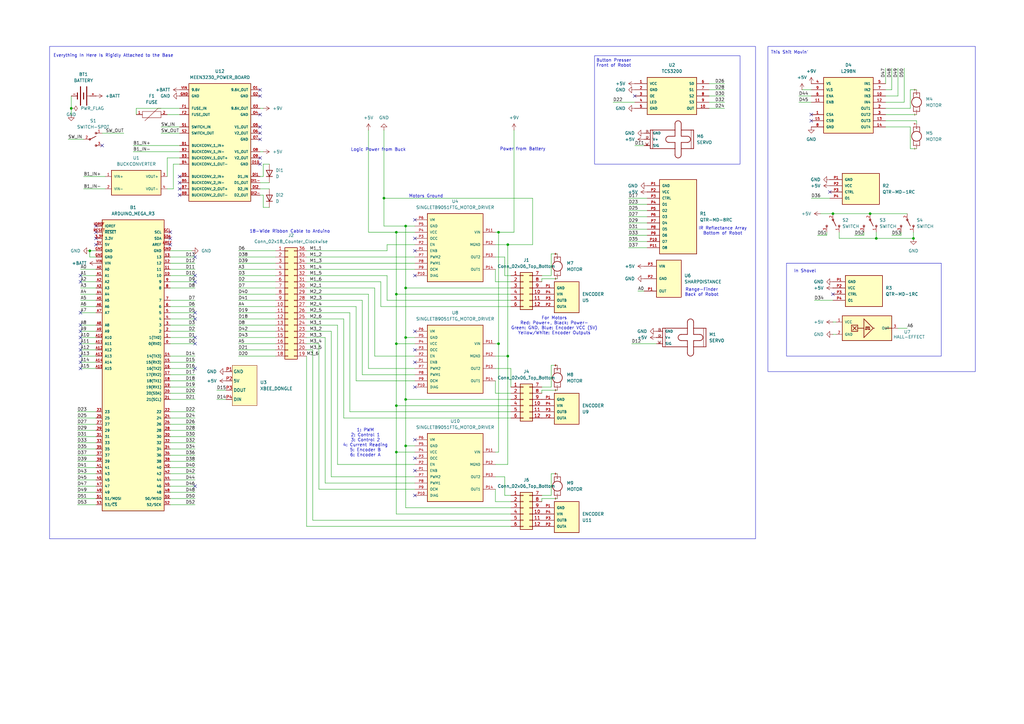
<source format=kicad_sch>
(kicad_sch (version 20250114) (generator "eeschema") (generator_version "9.0")
  (paper "A3")
  (rectangle (start 322.58 107.95) (end 386.08 146.05))
  (rectangle (start 314.96 19.05) (end 400.05 152.4))
  (rectangle (start 243.84 22.86) (end 303.53 67.31))
  (rectangle (start 20.32 19.05) (end 309.88 220.98))
  (text "For Motors\nRed: Power+, Black: Power-\nGreen: GND, Blue: Encoder VCC (5V)\nYellow/White: Encoder Outputs" (at 227.33 133.604 0) (effects (font (size 1.27 1.27))))
  (text "Button Presser\nFront of Robot" (at 251.714 25.908 0) (effects (font (size 1.27 1.27))))
  (text "Everything In Here Is Rigidly Attached to the Base" (at 46.482 22.86 0) (effects (font (size 1.27 1.27))))
  (text "18-Wide Ribbon Cable to Arduino" (at 118.872 94.996 0) (effects (font (size 1.27 1.27))))
  (text "1: PWM\n2: Control 1\n3: Control 2\n4: Current Reading\n5: Encoder B\n6: Encoder A" (at 149.86 181.61 0) (effects (font (size 1.27 1.27))))
  (text "Motors Ground" (at 174.752 80.518 0) (effects (font (size 1.27 1.27))))
  (text "In Shovel" (at 330.2 111.252 0) (effects (font (size 1.27 1.27))))
  (text "Logic Power from Buck" (at 155.194 61.468 0) (effects (font (size 1.27 1.27))))
  (text "This Shit Movin'" (at 323.85 21.59 0) (effects (font (size 1.27 1.27))))
  (text "IR Reflectance Array\nBottom of Robot" (at 296.418 94.742 0) (effects (font (size 1.27 1.27))))
  (text "Range-Finder\nBack of Robot" (at 287.782 119.888 0) (effects (font (size 1.27 1.27))))
  (text "Power from Battery" (at 214.376 61.214 0) (effects (font (size 1.27 1.27))))
  (junction (at 356.87 87.63))
  (junction (at 162.56 166.37))
  (junction (at 204.47 140.97))
  (junction (at 166.37 182.88))
  (junction (at 29.21 44.45))
  (junction (at 359.41 97.79))
  (junction (at 162.56 185.42))
  (junction (at 341.63 87.63))
  (junction (at 204.47 95.25))
  (junction (at 162.56 120.65))
  (junction (at 166.37 118.11))
  (junction (at 162.56 95.25))
  (junction (at 162.56 140.97))
  (junction (at 166.37 138.43))
  (junction (at 36.83 102.87))
  (junction (at 157.48 81.28))
  (junction (at 374.65 97.79))
  (junction (at 208.28 146.05))
  (junction (at 208.28 100.33))
  (junction (at 166.37 163.83))
  (junction (at 166.37 92.71))
  (no_connect (at 80.01 140.97))
  (no_connect (at 80.01 128.27))
  (no_connect (at 170.18 97.79))
  (no_connect (at 39.37 95.25))
  (no_connect (at 80.01 105.41))
  (no_connect (at 340.36 78.74))
  (no_connect (at 33.02 133.35))
  (no_connect (at 260.35 39.37))
  (no_connect (at 80.01 113.03))
  (no_connect (at 80.01 115.57))
  (no_connect (at 80.01 138.43))
  (no_connect (at 170.18 180.34))
  (no_connect (at 33.02 151.13))
  (no_connect (at 39.37 100.33))
  (no_connect (at 341.63 120.65))
  (no_connect (at 33.02 128.27))
  (no_connect (at 170.18 193.04))
  (no_connect (at 170.18 135.89))
  (no_connect (at 73.66 77.47))
  (no_connect (at 69.85 100.33))
  (no_connect (at 170.18 90.17))
  (no_connect (at 106.68 67.31))
  (no_connect (at 33.02 138.43))
  (no_connect (at 106.68 52.07))
  (no_connect (at 106.68 36.83))
  (no_connect (at 33.02 146.05))
  (no_connect (at 170.18 203.2))
  (no_connect (at 80.01 199.39))
  (no_connect (at 80.01 151.13))
  (no_connect (at 33.02 148.59))
  (no_connect (at 106.68 39.37))
  (no_connect (at 33.02 115.57))
  (no_connect (at 170.18 102.87))
  (no_connect (at 39.37 92.71))
  (no_connect (at 106.68 46.99))
  (no_connect (at 33.02 140.97))
  (no_connect (at 33.02 143.51))
  (no_connect (at 106.68 64.77))
  (no_connect (at 80.01 130.81))
  (no_connect (at 73.66 80.01))
  (no_connect (at 33.02 135.89))
  (no_connect (at 170.18 158.75))
  (no_connect (at 170.18 143.51))
  (no_connect (at 41.91 59.69))
  (no_connect (at 170.18 187.96))
  (no_connect (at 69.85 95.25))
  (no_connect (at 170.18 113.03))
  (no_connect (at 39.37 97.79))
  (no_connect (at 332.74 46.99))
  (no_connect (at 106.68 54.61))
  (no_connect (at 69.85 97.79))
  (no_connect (at 73.66 74.93))
  (no_connect (at 332.74 49.53))
  (no_connect (at 170.18 148.59))
  (no_connect (at 33.02 113.03))
  (no_connect (at 106.68 57.15))
  (no_connect (at 73.66 72.39))
  (wire (pts (xy 209.55 208.28) (xy 166.37 208.28)))
  (wire (pts (xy 68.58 77.47) (xy 71.12 77.47)))
  (wire (pts (xy 290.83 39.37) (xy 297.18 39.37)))
  (wire (pts (xy 69.85 194.31) (xy 80.01 194.31)))
  (wire (pts (xy 203.2 161.29) (xy 209.55 161.29)))
  (wire (pts (xy 33.02 133.35) (xy 39.37 133.35)))
  (wire (pts (xy 128.27 213.36) (xy 209.55 213.36)))
  (wire (pts (xy 31.75 186.69) (xy 39.37 186.69)))
  (wire (pts (xy 166.37 163.83) (xy 166.37 138.43)))
  (wire (pts (xy 88.9 163.83) (xy 92.71 163.83)))
  (wire (pts (xy 257.81 88.9) (xy 265.43 88.9)))
  (wire (pts (xy 153.67 146.05) (xy 170.18 146.05)))
  (wire (pts (xy 97.79 140.97) (xy 113.03 140.97)))
  (wire (pts (xy 203.2 185.42) (xy 204.47 185.42)))
  (wire (pts (xy 170.18 185.42) (xy 162.56 185.42)))
  (wire (pts (xy 106.68 74.93) (xy 110.49 74.93)))
  (wire (pts (xy 33.02 138.43) (xy 39.37 138.43)))
  (wire (pts (xy 97.79 133.35) (xy 113.03 133.35)))
  (wire (pts (xy 373.38 52.07) (xy 373.38 60.96)))
  (wire (pts (xy 363.22 46.99) (xy 375.92 46.99)))
  (wire (pts (xy 162.56 210.82) (xy 162.56 185.42)))
  (wire (pts (xy 29.21 39.37) (xy 29.21 44.45)))
  (wire (pts (xy 33.02 128.27) (xy 39.37 128.27)))
  (wire (pts (xy 359.41 97.79) (xy 374.65 97.79)))
  (wire (pts (xy 97.79 143.51) (xy 113.03 143.51)))
  (wire (pts (xy 257.81 96.52) (xy 265.43 96.52)))
  (wire (pts (xy 41.91 54.61) (xy 50.8 54.61)))
  (wire (pts (xy 33.02 140.97) (xy 39.37 140.97)))
  (wire (pts (xy 69.85 196.85) (xy 80.01 196.85)))
  (wire (pts (xy 222.25 204.47) (xy 222.25 205.74)))
  (wire (pts (xy 162.56 166.37) (xy 162.56 140.97)))
  (wire (pts (xy 69.85 163.83) (xy 80.01 163.83)))
  (wire (pts (xy 69.85 158.75) (xy 80.01 158.75)))
  (wire (pts (xy 373.38 44.45) (xy 373.38 36.83)))
  (wire (pts (xy 88.9 160.02) (xy 92.71 160.02)))
  (wire (pts (xy 125.73 115.57) (xy 156.21 115.57)))
  (wire (pts (xy 342.9 137.16) (xy 341.63 137.16)))
  (wire (pts (xy 170.18 95.25) (xy 162.56 95.25)))
  (wire (pts (xy 31.75 196.85) (xy 39.37 196.85)))
  (wire (pts (xy 97.79 138.43) (xy 113.03 138.43)))
  (wire (pts (xy 341.63 87.63) (xy 356.87 87.63)))
  (wire (pts (xy 209.55 113.03) (xy 207.01 113.03)))
  (wire (pts (xy 69.85 133.35) (xy 80.01 133.35)))
  (wire (pts (xy 69.85 207.01) (xy 80.01 207.01)))
  (wire (pts (xy 31.75 173.99) (xy 39.37 173.99)))
  (wire (pts (xy 140.97 171.45) (xy 140.97 130.81)))
  (wire (pts (xy 208.28 100.33) (xy 218.44 100.33)))
  (wire (pts (xy 29.21 44.45) (xy 29.21 46.99)))
  (wire (pts (xy 290.83 34.29) (xy 297.18 34.29)))
  (wire (pts (xy 203.2 151.13) (xy 209.55 151.13)))
  (wire (pts (xy 166.37 208.28) (xy 166.37 182.88)))
  (wire (pts (xy 31.75 207.01) (xy 39.37 207.01)))
  (wire (pts (xy 71.12 67.31) (xy 73.66 67.31)))
  (wire (pts (xy 135.89 195.58) (xy 135.89 135.89)))
  (wire (pts (xy 125.73 123.19) (xy 148.59 123.19)))
  (wire (pts (xy 33.02 120.65) (xy 39.37 120.65)))
  (wire (pts (xy 158.75 100.33) (xy 170.18 100.33)))
  (wire (pts (xy 203.2 156.21) (xy 203.2 161.29)))
  (wire (pts (xy 162.56 95.25) (xy 151.13 95.25)))
  (wire (pts (xy 125.73 128.27) (xy 143.51 128.27)))
  (wire (pts (xy 33.02 113.03) (xy 39.37 113.03)))
  (wire (pts (xy 69.85 186.69) (xy 80.01 186.69)))
  (wire (pts (xy 107.95 67.31) (xy 107.95 72.39)))
  (wire (pts (xy 363.22 36.83) (xy 365.76 36.83)))
  (wire (pts (xy 97.79 125.73) (xy 113.03 125.73)))
  (wire (pts (xy 69.85 201.93) (xy 80.01 201.93)))
  (wire (pts (xy 208.28 100.33) (xy 208.28 146.05)))
  (wire (pts (xy 162.56 166.37) (xy 162.56 185.42)))
  (wire (pts (xy 97.79 107.95) (xy 113.03 107.95)))
  (wire (pts (xy 157.48 53.34) (xy 157.48 81.28)))
  (wire (pts (xy 204.47 95.25) (xy 204.47 140.97)))
  (wire (pts (xy 69.85 173.99) (xy 80.01 173.99)))
  (wire (pts (xy 125.73 133.35) (xy 138.43 133.35)))
  (wire (pts (xy 226.06 113.03) (xy 226.06 104.14)))
  (wire (pts (xy 33.02 118.11) (xy 39.37 118.11)))
  (wire (pts (xy 368.3 134.62) (xy 372.11 134.62)))
  (wire (pts (xy 151.13 151.13) (xy 170.18 151.13)))
  (wire (pts (xy 328.93 36.83) (xy 332.74 36.83)))
  (wire (pts (xy 125.73 215.9) (xy 209.55 215.9)))
  (wire (pts (xy 153.67 146.05) (xy 153.67 118.11)))
  (wire (pts (xy 135.89 195.58) (xy 170.18 195.58)))
  (wire (pts (xy 125.73 143.51) (xy 128.27 143.51)))
  (wire (pts (xy 97.79 128.27) (xy 113.03 128.27)))
  (wire (pts (xy 151.13 151.13) (xy 151.13 120.65)))
  (wire (pts (xy 260.35 59.69) (xy 264.16 59.69)))
  (wire (pts (xy 69.85 105.41) (xy 80.01 105.41)))
  (wire (pts (xy 170.18 182.88) (xy 166.37 182.88)))
  (wire (pts (xy 226.06 104.14) (xy 228.6 104.14)))
  (wire (pts (xy 170.18 140.97) (xy 162.56 140.97)))
  (wire (pts (xy 31.75 191.77) (xy 39.37 191.77)))
  (wire (pts (xy 130.81 200.66) (xy 170.18 200.66)))
  (wire (pts (xy 97.79 135.89) (xy 113.03 135.89)))
  (wire (pts (xy 158.75 123.19) (xy 158.75 113.03)))
  (wire (pts (xy 68.58 46.99) (xy 73.66 46.99)))
  (wire (pts (xy 257.81 101.6) (xy 265.43 101.6)))
  (wire (pts (xy 69.85 181.61) (xy 80.01 181.61)))
  (wire (pts (xy 69.85 110.49) (xy 80.01 110.49)))
  (wire (pts (xy 140.97 171.45) (xy 209.55 171.45)))
  (wire (pts (xy 356.87 87.63) (xy 372.11 87.63)))
  (wire (pts (xy 290.83 36.83) (xy 297.18 36.83)))
  (wire (pts (xy 363.22 41.91) (xy 370.84 41.91)))
  (wire (pts (xy 374.65 97.79) (xy 374.65 95.25)))
  (wire (pts (xy 332.74 81.28) (xy 340.36 81.28)))
  (wire (pts (xy 354.33 95.25) (xy 354.33 96.52)))
  (wire (pts (xy 166.37 92.71) (xy 157.48 92.71)))
  (wire (pts (xy 138.43 133.35) (xy 138.43 190.5)))
  (wire (pts (xy 97.79 102.87) (xy 113.03 102.87)))
  (wire (pts (xy 143.51 128.27) (xy 143.51 168.91)))
  (wire (pts (xy 363.22 44.45) (xy 373.38 44.45)))
  (wire (pts (xy 31.75 194.31) (xy 39.37 194.31)))
  (wire (pts (xy 33.02 151.13) (xy 39.37 151.13)))
  (wire (pts (xy 31.75 184.15) (xy 39.37 184.15)))
  (wire (pts (xy 203.2 100.33) (xy 208.28 100.33)))
  (wire (pts (xy 259.08 140.97) (xy 269.24 140.97)))
  (wire (pts (xy 222.25 203.2) (xy 226.06 203.2)))
  (wire (pts (xy 157.48 81.28) (xy 157.48 92.71)))
  (wire (pts (xy 69.85 146.05) (xy 80.01 146.05)))
  (wire (pts (xy 257.81 86.36) (xy 265.43 86.36)))
  (wire (pts (xy 97.79 118.11) (xy 113.03 118.11)))
  (wire (pts (xy 162.56 120.65) (xy 162.56 140.97)))
  (wire (pts (xy 125.73 138.43) (xy 133.35 138.43)))
  (wire (pts (xy 125.73 105.41) (xy 170.18 105.41)))
  (wire (pts (xy 33.02 143.51) (xy 39.37 143.51)))
  (wire (pts (xy 363.22 27.94) (xy 363.22 34.29)))
  (wire (pts (xy 130.81 200.66) (xy 130.81 140.97)))
  (wire (pts (xy 363.22 52.07) (xy 373.38 52.07)))
  (wire (pts (xy 257.81 93.98) (xy 265.43 93.98)))
  (wire (pts (xy 148.59 153.67) (xy 148.59 123.19)))
  (wire (pts (xy 69.85 138.43) (xy 80.01 138.43)))
  (wire (pts (xy 166.37 118.11) (xy 166.37 92.71)))
  (wire (pts (xy 363.22 49.53) (xy 375.92 49.53)))
  (wire (pts (xy 125.73 130.81) (xy 140.97 130.81)))
  (wire (pts (xy 69.85 102.87) (xy 78.74 102.87)))
  (wire (pts (xy 69.85 135.89) (xy 80.01 135.89)))
  (wire (pts (xy 69.85 148.59) (xy 80.01 148.59)))
  (wire (pts (xy 69.85 115.57) (xy 80.01 115.57)))
  (wire (pts (xy 125.73 135.89) (xy 135.89 135.89)))
  (wire (pts (xy 34.29 72.39) (xy 43.18 72.39)))
  (wire (pts (xy 69.85 156.21) (xy 80.01 156.21)))
  (wire (pts (xy 170.18 92.71) (xy 166.37 92.71)))
  (wire (pts (xy 335.28 96.52) (xy 339.09 96.52)))
  (wire (pts (xy 344.17 95.25) (xy 344.17 97.79)))
  (wire (pts (xy 128.27 143.51) (xy 128.27 213.36)))
  (wire (pts (xy 365.76 27.94) (xy 365.76 36.83)))
  (wire (pts (xy 203.2 115.57) (xy 209.55 115.57)))
  (wire (pts (xy 33.02 115.57) (xy 39.37 115.57)))
  (wire (pts (xy 209.55 163.83) (xy 166.37 163.83)))
  (wire (pts (xy 373.38 60.96) (xy 375.92 60.96)))
  (wire (pts (xy 203.2 105.41) (xy 207.01 105.41)))
  (wire (pts (xy 27.94 57.15) (xy 34.29 57.15)))
  (wire (pts (xy 208.28 146.05) (xy 208.28 190.5)))
  (wire (pts (xy 170.18 138.43) (xy 166.37 138.43)))
  (wire (pts (xy 107.95 80.01) (xy 107.95 85.09)))
  (wire (pts (xy 350.52 96.52) (xy 354.33 96.52)))
  (wire (pts (xy 69.85 184.15) (xy 80.01 184.15)))
  (wire (pts (xy 97.79 115.57) (xy 113.03 115.57)))
  (wire (pts (xy 222.25 113.03) (xy 226.06 113.03)))
  (wire (pts (xy 31.75 171.45) (xy 39.37 171.45)))
  (wire (pts (xy 203.2 140.97) (xy 204.47 140.97)))
  (wire (pts (xy 97.79 113.03) (xy 113.03 113.03)))
  (wire (pts (xy 375.92 49.53) (xy 375.92 50.8)))
  (wire (pts (xy 73.66 44.45) (xy 55.88 44.45)))
  (wire (pts (xy 33.02 146.05) (xy 39.37 146.05)))
  (wire (pts (xy 365.76 96.52) (xy 369.57 96.52)))
  (wire (pts (xy 257.81 99.06) (xy 265.43 99.06)))
  (wire (pts (xy 162.56 120.65) (xy 162.56 95.25)))
  (wire (pts (xy 125.73 102.87) (xy 158.75 102.87)))
  (wire (pts (xy 222.25 160.02) (xy 222.25 161.29)))
  (wire (pts (xy 69.85 161.29) (xy 80.01 161.29)))
  (wire (pts (xy 69.85 204.47) (xy 80.01 204.47)))
  (wire (pts (xy 226.06 158.75) (xy 226.06 149.86)))
  (wire (pts (xy 97.79 130.81) (xy 113.03 130.81)))
  (wire (pts (xy 151.13 53.34) (xy 151.13 95.25)))
  (wire (pts (xy 368.3 27.94) (xy 368.3 39.37)))
  (wire (pts (xy 290.83 44.45) (xy 297.18 44.45)))
  (wire (pts (xy 125.73 146.05) (xy 125.73 215.9)))
  (wire (pts (xy 54.61 62.23) (xy 73.66 62.23)))
  (wire (pts (xy 370.84 27.94) (xy 370.84 41.91)))
  (wire (pts (xy 156.21 115.57) (xy 156.21 125.73)))
  (wire (pts (xy 251.46 41.91) (xy 260.35 41.91)))
  (wire (pts (xy 106.68 62.23) (xy 107.95 62.23)))
  (wire (pts (xy 69.85 191.77) (xy 80.01 191.77)))
  (wire (pts (xy 31.75 201.93) (xy 39.37 201.93)))
  (wire (pts (xy 203.2 146.05) (xy 208.28 146.05)))
  (wire (pts (xy 125.73 120.65) (xy 151.13 120.65)))
  (wire (pts (xy 69.85 171.45) (xy 80.01 171.45)))
  (wire (pts (xy 226.06 194.31) (xy 228.6 194.31)))
  (wire (pts (xy 138.43 190.5) (xy 170.18 190.5)))
  (wire (pts (xy 33.02 123.19) (xy 39.37 123.19)))
  (wire (pts (xy 204.47 95.25) (xy 210.82 95.25)))
  (wire (pts (xy 69.85 176.53) (xy 80.01 176.53)))
  (wire (pts (xy 204.47 140.97) (xy 204.47 185.42)))
  (wire (pts (xy 69.85 125.73) (xy 80.01 125.73)))
  (wire (pts (xy 327.66 39.37) (xy 332.74 39.37)))
  (wire (pts (xy 69.85 118.11) (xy 80.01 118.11)))
  (wire (pts (xy 66.04 52.07) (xy 73.66 52.07)))
  (wire (pts (xy 369.57 95.25) (xy 369.57 96.52)))
  (wire (pts (xy 54.61 59.69) (xy 73.66 59.69)))
  (wire (pts (xy 257.81 91.44) (xy 265.43 91.44)))
  (wire (pts (xy 31.75 179.07) (xy 39.37 179.07)))
  (wire (pts (xy 157.48 81.28) (xy 218.44 81.28)))
  (wire (pts (xy 69.85 130.81) (xy 80.01 130.81)))
  (wire (pts (xy 31.75 189.23) (xy 39.37 189.23)))
  (wire (pts (xy 66.04 54.61) (xy 73.66 54.61)))
  (wire (pts (xy 334.01 123.19) (xy 341.63 123.19)))
  (wire (pts (xy 97.79 146.05) (xy 113.03 146.05)))
  (wire (pts (xy 336.55 87.63) (xy 341.63 87.63)))
  (wire (pts (xy 31.75 199.39) (xy 39.37 199.39)))
  (wire (pts (xy 133.35 198.12) (xy 133.35 138.43)))
  (wire (pts (xy 106.68 72.39) (xy 107.95 72.39)))
  (wire (pts (xy 97.79 105.41) (xy 113.03 105.41)))
  (wire (pts (xy 36.83 102.87) (xy 39.37 102.87)))
  (wire (pts (xy 203.2 110.49) (xy 203.2 115.57)))
  (wire (pts (xy 158.75 100.33) (xy 158.75 102.87)))
  (wire (pts (xy 31.75 168.91) (xy 39.37 168.91)))
  (wire (pts (xy 33.02 135.89) (xy 39.37 135.89)))
  (wire (pts (xy 257.81 81.28) (xy 265.43 81.28)))
  (wire (pts (xy 31.75 176.53) (xy 39.37 176.53)))
  (wire (pts (xy 203.2 200.66) (xy 203.2 205.74)))
  (wire (pts (xy 226.06 149.86) (xy 228.6 149.86)))
  (wire (pts (xy 228.6 160.02) (xy 222.25 160.02)))
  (wire (pts (xy 261.62 119.38) (xy 264.16 119.38)))
  (wire (pts (xy 166.37 163.83) (xy 166.37 182.88)))
  (wire (pts (xy 146.05 156.21) (xy 146.05 125.73)))
  (wire (pts (xy 106.68 77.47) (xy 110.49 77.47)))
  (wire (pts (xy 209.55 151.13) (xy 209.55 158.75)))
  (wire (pts (xy 68.58 72.39) (xy 68.58 64.77)))
  (wire (pts (xy 69.85 128.27) (xy 80.01 128.27)))
  (wire (pts (xy 203.2 95.25) (xy 204.47 95.25)))
  (wire (pts (xy 69.85 168.91) (xy 80.01 168.91)))
  (wire (pts (xy 125.73 118.11) (xy 153.67 118.11)))
  (wire (pts (xy 209.55 118.11) (xy 166.37 118.11)))
  (wire (pts (xy 207.01 113.03) (xy 207.01 105.41)))
  (wire (pts (xy 71.12 77.47) (xy 71.12 67.31)))
  (wire (pts (xy 69.85 199.39) (xy 80.01 199.39)))
  (wire (pts (xy 363.22 39.37) (xy 368.3 39.37)))
  (wire (pts (xy 207.01 203.2) (xy 207.01 195.58)))
  (wire (pts (xy 97.79 110.49) (xy 113.03 110.49)))
  (wire (pts (xy 97.79 120.65) (xy 113.03 120.65)))
  (wire (pts (xy 69.85 107.95) (xy 80.01 107.95)))
  (wire (pts (xy 33.02 110.49) (xy 39.37 110.49)))
  (wire (pts (xy 228.6 204.47) (xy 222.25 204.47)))
  (wire (pts (xy 125.73 125.73) (xy 146.05 125.73)))
  (wire (pts (xy 125.73 140.97) (xy 130.81 140.97)))
  (wire (pts (xy 209.55 166.37) (xy 162.56 166.37)))
  (wire (pts (xy 36.83 105.41) (xy 36.83 102.87)))
  (wire (pts (xy 107.95 67.31) (xy 110.49 67.31)))
  (wire (pts (xy 69.85 151.13) (xy 80.01 151.13)))
  (wire (pts (xy 209.55 203.2) (xy 207.01 203.2)))
  (wire (pts (xy 69.85 189.23) (xy 80.01 189.23)))
  (wire (pts (xy 107.95 80.01) (xy 106.68 80.01)))
  (wire (pts (xy 327.66 41.91) (xy 332.74 41.91)))
  (wire (pts (xy 344.17 97.79) (xy 359.41 97.79)))
  (wire (pts (xy 210.82 53.34) (xy 210.82 95.25)))
  (wire (pts (xy 33.02 125.73) (xy 39.37 125.73)))
  (wire (pts (xy 156.21 125.73) (xy 209.55 125.73)))
  (wire (pts (xy 31.75 181.61) (xy 39.37 181.61)))
  (wire (pts (xy 203.2 195.58) (xy 207.01 195.58)))
  (wire (pts (xy 33.02 148.59) (xy 39.37 148.59)))
  (wire (pts (xy 39.37 105.41) (xy 36.83 105.41)))
  (wire (pts (xy 34.29 77.47) (xy 43.18 77.47)))
  (wire (pts (xy 339.09 95.25) (xy 339.09 96.52)))
  (wire (pts (xy 125.73 107.95) (xy 170.18 107.95)))
  (wire (pts (xy 55.88 44.45) (xy 55.88 46.99)))
  (wire (pts (xy 203.2 205.74) (xy 209.55 205.74)))
  (wire (pts (xy 69.85 153.67) (xy 80.01 153.67)))
  (wire (pts (xy 133.35 198.12) (xy 170.18 198.12)))
  (wire (pts (xy 209.55 120.65) (xy 162.56 120.65)))
  (wire (pts (xy 106.68 44.45) (xy 107.95 44.45)))
  (wire (pts (xy 341.63 132.08) (xy 342.9 132.08)))
  (wire (pts (xy 31.75 204.47) (xy 39.37 204.47)))
  (wire (pts (xy 226.06 203.2) (xy 226.06 194.31)))
  (wire (pts (xy 107.95 85.09) (xy 110.49 85.09)))
  (wire (pts (xy 218.44 81.28) (xy 218.44 100.33)))
  (wire (pts (xy 257.81 83.82) (xy 265.43 83.82)))
  (wire (pts (xy 69.85 123.19) (xy 80.01 123.19)))
  (wire (pts (xy 125.73 110.49) (xy 170.18 110.49)))
  (wire (pts (xy 222.25 158.75) (xy 226.06 158.75)))
  (wire (pts (xy 222.25 114.3) (xy 222.25 115.57)))
  (wire (pts (xy 373.38 36.83) (xy 375.92 36.83)))
  (wire (pts (xy 143.51 168.91) (xy 209.55 168.91)))
  (wire (pts (xy 69.85 179.07) (xy 80.01 179.07)))
  (wire (pts (xy 97.79 123.19) (xy 113.03 123.19)))
  (wire (pts (xy 148.59 153.67) (xy 170.18 153.67)))
  (wire (pts (xy 158.75 123.19) (xy 209.55 123.19)))
  (wire (pts (xy 228.6 114.3) (xy 222.25 114.3)))
  (wire (pts (xy 69.85 140.97) (xy 80.01 140.97)))
  (wire (pts (xy 125.73 113.03) (xy 158.75 113.03)))
  (wire (pts (xy 209.55 210.82) (xy 162.56 210.82)))
  (wire (pts (xy 68.58 64.77) (xy 73.66 64.77)))
  (wire (pts (xy 290.83 41.91) (xy 297.18 41.91)))
  (wire (pts (xy 203.2 190.5) (xy 208.28 190.5)))
  (wire (pts (xy 69.85 113.03) (xy 80.01 113.03)))
  (wire (pts (xy 146.05 156.21) (xy 170.18 156.21)))
  (wire (pts (xy 359.41 95.25) (xy 359.41 97.79)))
  (wire (pts (xy 166.37 118.11) (xy 166.37 138.43)))
  (label "D45" (at 327.66 41.91 0))
  (label "SW_IN" (at 27.94 57.15 0))
  (label "D11" (at 260.35 59.69 0))
  (label "D31" (at 257.81 93.98 0))
  (label "D27" (at 257.81 88.9 0))
  (label "D38" (at 97.79 105.41 0))
  (label "D19" (at 97.79 128.27 0))
  (label "M2_6" (at 127 130.81 0))
  (label "A6" (at 372.11 134.62 0))
  (label "M3_3" (at 127 138.43 0))
  (label "D21" (at 80.01 163.83 180))
  (label "D45" (at 31.75 196.85 0))
  (label "M3_5" (at 127 143.51 0))
  (label "D48" (at 365.76 27.94 270))
  (label "D51" (at 31.75 204.47 0))
  (label "B1_IN+" (at 54.61 59.69 0))
  (label "D39" (at 31.75 189.23 0))
  (label "A6" (at 33.02 125.73 0))
  (label "M1_5" (at 127 113.03 0))
  (label "D40" (at 97.79 120.65 0))
  (label "SW_IN" (at 66.04 52.07 0))
  (label "D19" (at 80.01 158.75 180))
  (label "D53" (at 365.76 96.52 0))
  (label "D34" (at 334.01 123.19 0))
  (label "D36" (at 80.01 186.69 180))
  (label "D32" (at 80.01 181.61 180))
  (label "A1" (at 33.02 113.03 0))
  (label "A8" (at 33.02 133.35 0))
  (label "D42" (at 80.01 194.31 180))
  (label "D22" (at 251.46 41.91 0))
  (label "A3" (at 97.79 110.49 0))
  (label "D0" (at 80.01 140.97 180))
  (label "D47" (at 363.22 27.94 270))
  (label "D24" (at 297.18 44.45 180))
  (label "D15" (at 80.01 148.59 180))
  (label "M3_6" (at 125.73 146.05 0))
  (label "D49" (at 31.75 201.93 0))
  (label "D44" (at 80.01 196.85 180))
  (label "D1" (at 80.01 138.43 180))
  (label "A0" (at 33.02 110.49 0))
  (label "D20" (at 80.01 161.29 180))
  (label "A9" (at 33.02 135.89 0))
  (label "M3_2" (at 127 135.89 0))
  (label "A10" (at 33.02 138.43 0))
  (label "D6" (at 80.01 125.73 180))
  (label "A14" (at 33.02 148.59 0))
  (label "B1_IN+" (at 34.29 72.39 0))
  (label "D51" (at 335.28 96.52 0))
  (label "D31" (at 31.75 179.07 0))
  (label "A11" (at 33.02 140.97 0))
  (label "M2_2" (at 127 120.65 0))
  (label "D3" (at 97.79 113.03 0))
  (label "B1_IN-" (at 54.61 62.23 0))
  (label "D8" (at 97.79 133.35 0))
  (label "D27" (at 31.75 173.99 0))
  (label "D18" (at 80.01 156.21 180))
  (label "D33" (at 31.75 181.61 0))
  (label "D7" (at 97.79 118.11 0))
  (label "D12" (at 259.08 140.97 0))
  (label "D50" (at 370.84 27.94 270))
  (label "D13" (at 80.01 105.41 180))
  (label "D30" (at 80.01 179.07 180))
  (label "D47" (at 31.75 199.39 0))
  (label "D35" (at 257.81 99.06 0))
  (label "D32" (at 297.18 41.91 180))
  (label "D36" (at 332.74 81.28 0))
  (label "D4" (at 80.01 130.81 180))
  (label "SW_OUT" (at 50.8 54.61 180))
  (label "D12" (at 80.01 107.95 180))
  (label "D43" (at 31.75 194.31 0))
  (label "A4" (at 97.79 125.73 0))
  (label "D48" (at 80.01 201.93 180))
  (label "D40" (at 80.01 191.77 180))
  (label "D29" (at 31.75 176.53 0))
  (label "M3_4" (at 127 140.97 0))
  (label "D24" (at 80.01 171.45 180))
  (label "D53" (at 31.75 207.01 0))
  (label "A15" (at 33.02 151.13 0))
  (label "M1_4" (at 127 110.49 0))
  (label "D29" (at 257.81 91.44 0))
  (label "D30" (at 297.18 39.37 180))
  (label "D10" (at 80.01 113.03 180))
  (label "D14" (at 88.9 163.83 0))
  (label "D2" (at 97.79 115.57 0))
  (label "M1_3" (at 127 107.95 0))
  (label "D21" (at 97.79 143.51 0))
  (label "D23" (at 31.75 168.91 0))
  (label "D25" (at 257.81 86.36 0))
  (label "D37" (at 257.81 101.6 0))
  (label "D34" (at 80.01 184.15 180))
  (label "D14" (at 80.01 146.05 180))
  (label "D25" (at 31.75 171.45 0))
  (label "D37" (at 31.75 186.69 0))
  (label "SW_OUT" (at 66.04 54.61 0))
  (label "M1_2" (at 127 105.41 0))
  (label "M2_1" (at 127 118.11 0))
  (label "A12" (at 33.02 143.51 0))
  (label "D52" (at 80.01 207.01 180))
  (label "D23" (at 257.81 83.82 0))
  (label "A5" (at 33.02 123.19 0))
  (label "A0" (at 261.62 119.38 0))
  (label "D50" (at 80.01 204.47 180))
  (label "A4" (at 33.02 120.65 0))
  (label "A5" (at 97.79 140.97 0))
  (label "D41" (at 31.75 191.77 0))
  (label "A2" (at 33.02 115.57 0))
  (label "D49" (at 368.3 27.94 270))
  (label "D3" (at 80.01 133.35 180))
  (label "M2_3" (at 127 123.19 0))
  (label "M1_6" (at 127 115.57 0))
  (label "D44" (at 327.66 39.37 0))
  (label "M1_1" (at 127 102.87 0))
  (label "D20" (at 97.79 146.05 0))
  (label "D7" (at 80.01 123.19 180))
  (label "D18" (at 97.79 130.81 0))
  (label "D17" (at 257.81 81.28 0))
  (label "D9" (at 80.01 115.57 180))
  (label "A13" (at 33.02 146.05 0))
  (label "D6" (at 97.79 102.87 0))
  (label "D17" (at 80.01 153.67 180))
  (label "D38" (at 80.01 189.23 180))
  (label "D5" (at 80.01 128.27 180))
  (label "M2_5" (at 127 128.27 0))
  (label "D28" (at 297.18 36.83 180))
  (label "D11" (at 80.01 110.49 180))
  (label "D15" (at 88.9 160.02 0))
  (label "A7" (at 33.02 128.27 0))
  (label "D46" (at 80.01 199.39 180))
  (label "D35" (at 31.75 184.15 0))
  (label "M2_4" (at 127 125.73 0))
  (label "B1_IN-" (at 34.29 77.47 0))
  (label "D52" (at 350.52 96.52 0))
  (label "D43" (at 97.79 138.43 0))
  (label "D8" (at 80.01 118.11 180))
  (label "D42" (at 97.79 135.89 0))
  (label "D33" (at 257.81 96.52 0))
  (label "M3_1" (at 127 133.35 0))
  (label "D16" (at 80.01 151.13 180))
  (label "D41" (at 97.79 123.19 0))
  (label "D28" (at 80.01 176.53 180))
  (label "D22" (at 80.01 168.91 180))
  (label "D2" (at 80.01 135.89 180))
  (label "D26" (at 297.18 34.29 180))
  (label "A3" (at 33.02 118.11 0))
  (label "D26" (at 80.01 173.99 180))
  (label "D39" (at 97.79 107.95 0))
  (symbol (lib_id "ME3230:SWITCH-SPDT") (at 36.83 57.15 0) (unit 1)
    (property "Reference" "S1" (at 38.2252 49.53 0))
    (property "Value" "SWITCH-SPDT" (at 38.2252 52.07 0))
    (property "Footprint" "SWITCH-SPDT:SWITCH_SPDT_SMD" (effects (hide yes)))
  )
  (symbol (lib_id "ME3230:BATTERY") (at 34.29 39.37 0) (mirror y) (unit 1)
    (property "Reference" "BT1" (at 34.2265 30.48 0))
    (property "Value" "BATTERY" (at 34.2265 33.02 0))
    (property "Footprint" "MechLibrary:Power Terminal" (effects (hide yes)))
  )
  (symbol (lib_id "ME3230:ARDUINO_MEGA_R3") (at 54.61 146.05 0) (unit 1)
    (property "Reference" "B1" (at 54.61 85.09 0))
    (property "Value" "ARDUINO_MEGA_R3" (at 54.61 87.63 0))
    (property "Footprint" "ARDUINO_MEGA_R3:ARDUINO_MEGA_NO_SILK" (effects (hide yes)))
  )
  (symbol (lib_id "ME3230:MOTOR") (at 375.92 41.91 0) (unit 1)
    (property "Reference" "M4" (at 379.73 40.6399 0) (effects (justify left)))
    (property "Value" "MOTOR" (at 379.73 43.1799 0) (effects (justify left)))
    (property "Footprint" "MOTOR:VIBE-MOTOR-10MM" (effects (hide yes)))
    (property "PROD_ID" "COMP-08572" (effects (hide yes)))
    (property "SF_SKU" "ROB-08449" (effects (hide yes)))
  )
  (symbol (lib_id "Connector_Generic:Conn_02x18_Counter_Clockwise") (at 118.11 123.19 0) (unit 1)
    (property "Reference" "J2" (at 119.38 96.52 0))
    (property "Value" "Conn_02x18_Counter_Clockwise" (at 119.38 99.06 0))
    (property "Description" "Generic connector, double row, 02x18, counter clockwise pin numbering scheme (similar to DIP package numbering), script generated (kicad-library-utils/schlib/autogen/connector/)" (effects (hide yes)))
  )
  (symbol (lib_id "power:+5V") (at 265.43 78.74 90) (unit 1)
    (property "Reference" "#PWR044" (effects (hide yes)))
    (property "Value" "+5V" (at 261.62 78.7399 90) (effects (justify left)))
    (property "Description" "Power symbol creates a global label with name \"+5V\"" (effects (hide yes)))
  )
  (symbol (lib_id "power:+BATT") (at 73.66 36.83 90) (unit 1)
    (property "Reference" "#PWR011" (effects (hide yes)))
    (property "Value" "+BATT" (at 69.85 36.8299 90) (effects (justify left)))
    (property "Description" "Power symbol creates a global label with name \"+BATT\"" (effects (hide yes)))
  )
  (symbol (lib_name "Conn_02x06_Top_Bottom_1") (lib_id "Connector_Generic:Conn_02x06_Top_Bottom") (at 214.63 163.83 0) (unit 1)
    (property "Reference" "J4" (at 215.9 152.4 0))
    (property "Value" "Conn_02x06_Top_Bottom" (at 215.9 154.94 0))
    (property "Description" "Generic connector, double row, 02x06, top/bottom pin numbering scheme (row 1: 1...pins_per_row, row2: pins_per_row+1 ... num_pins), script generated (kicad-library-utils/schlib/autogen/connector/)" (effects (hide yes)))
  )
  (symbol (lib_id "power:GND") (at 265.43 76.2 270) (unit 1)
    (property "Reference" "#PWR040" (effects (hide yes)))
    (property "Value" "GND" (at 261.62 76.1999 90) (effects (justify right)))
    (property "Description" "Power symbol creates a global label with name \"GND\" , ground" (effects (hide yes)))
  )
  (symbol (lib_id "power:+5V") (at 264.16 109.22 90) (unit 1)
    (property "Reference" "#PWR036" (effects (hide yes)))
    (property "Value" "+5V" (at 260.35 109.2199 90) (effects (justify left)))
    (property "Description" "Power symbol creates a global label with name \"+5V\"" (effects (hide yes)))
  )
  (symbol (lib_id "power:+5V") (at 264.16 57.15 90) (unit 1)
    (property "Reference" "#PWR035" (effects (hide yes)))
    (property "Value" "+5V" (at 260.35 57.1499 90) (effects (justify left)))
    (property "Description" "Power symbol creates a global label with name \"+5V\"" (effects (hide yes)))
  )
  (symbol (lib_id "ME3230:ENCODER") (at 232.41 120.65 0) (mirror x) (unit 1)
    (property "Reference" "U5" (at 238.76 123.1901 0) (effects (justify left)))
    (property "Value" "ENCODER" (at 238.76 120.6501 0) (effects (justify left)))
    (property "Footprint" "ENCODER:ENCODER" (effects (hide yes)))
  )
  (symbol (lib_id "ME3230:FUSE") (at 60.96 46.99 0) (unit 1)
    (property "Reference" "F1" (at 62.23 39.37 0))
    (property "Value" "FUSE" (at 62.23 41.91 0))
    (property "Footprint" "MechLibrary:Fuse Holder" (effects (hide yes)))
  )
  (symbol (lib_id "ME3230:MOTOR") (at 228.6 154.94 0) (unit 1)
    (property "Reference" "M8" (at 232.41 153.6699 0) (effects (justify left)))
    (property "Value" "MOTOR" (at 232.41 156.2099 0) (effects (justify left)))
    (property "Footprint" "MOTOR:VIBE-MOTOR-10MM" (effects (hide yes)))
    (property "PROD_ID" "COMP-08572" (effects (hide yes)))
    (property "SF_SKU" "ROB-08449" (effects (hide yes)))
  )
  (symbol (lib_id "power:+5V") (at 151.13 53.34 0) (unit 1)
    (property "Reference" "#PWR04" (effects (hide yes)))
    (property "Value" "+5V" (at 151.13 48.26 0))
    (property "Description" "Power symbol creates a global label with name \"+5V\"" (effects (hide yes)))
  )
  (symbol (lib_id "ME3230:QTR-MD-8RC") (at 275.59 96.52 0) (unit 1)
    (property "Reference" "R1" (at 287.02 87.6299 0) (effects (justify left)))
    (property "Value" "QTR-MD-8RC" (at 287.02 90.1699 0) (effects (justify left)))
    (property "Footprint" "QTR-MD-8RC:QTRMD8" (effects (hide yes)))
  )
  (symbol (lib_id "Connector_Generic:Conn_02x06_Top_Bottom") (at 214.63 118.11 0) (unit 1)
    (property "Reference" "J1" (at 215.9 106.68 0))
    (property "Value" "Conn_02x06_Top_Bottom" (at 215.9 109.22 0))
    (property "Description" "Generic connector, double row, 02x06, top/bottom pin numbering scheme (row 1: 1...pins_per_row, row2: pins_per_row+1 ... num_pins), script generated (kicad-library-utils/schlib/autogen/connector/)" (effects (hide yes)))
  )
  (symbol (lib_id "power:GND") (at 374.65 97.79 0) (unit 1)
    (property "Reference" "#PWR050" (effects (hide yes)))
    (property "Value" "GND" (at 374.65 102.87 0))
    (property "Description" "Power symbol creates a global label with name \"GND\" , ground" (effects (hide yes)))
  )
  (symbol (lib_id "ME3230:QTR-MD-1RC") (at 350.52 76.2 0) (unit 1)
    (property "Reference" "R2" (at 361.95 76.1999 0) (effects (justify left)))
    (property "Value" "QTR-MD-1RC" (at 361.95 78.7399 0) (effects (justify left)))
    (property "Footprint" "QTR-MD-1RC:QTRMD1" (effects (hide yes)))
  )
  (symbol (lib_id "Device:D") (at 110.49 81.28 90) (unit 1)
    (property "Reference" "Di2" (at 113.03 80.0099 90) (effects (justify right)))
    (property "Value" "D" (at 113.03 82.5499 90) (effects (justify right)))
    (property "Description" "Diode" (effects (hide yes)))
    (property "Sim.Device" "D" (effects (hide yes)))
    (property "Sim.Pins" "1=K 2=A" (effects (hide yes)))
  )
  (symbol (lib_id "ME3230:HALL-EFFECT") (at 355.6 134.62 0) (unit 1)
    (property "Reference" "U7" (at 372.11 136.144 0))
    (property "Value" "HALL-EFFECT" (at 372.872 138.176 0))
    (property "Footprint" "HALL-EFFECT:HALLEFFECT" (effects (hide yes)))
    (property "PROD_ID" "IC-09214" (effects (hide yes)))
  )
  (symbol (lib_id "ME3230:TCS3200 Color Sensor") (at 275.59 41.91 0) (unit 1)
    (property "Reference" "U2" (at 275.59 26.67 0))
    (property "Value" "TCS3200" (at 275.59 29.21 0))
  )
  (symbol (lib_id "ME3230:QTR-MD-1RC") (at 351.79 118.11 0) (unit 1)
    (property "Reference" "R3" (at 363.22 118.1099 0) (effects (justify left)))
    (property "Value" "QTR-MD-1RC" (at 363.22 120.6499 0) (effects (justify left)))
    (property "Footprint" "QTR-MD-1RC:QTRMD1" (effects (hide yes)))
  )
  (symbol (lib_id "power:GND") (at 264.16 54.61 270) (unit 1)
    (property "Reference" "#PWR034" (effects (hide yes)))
    (property "Value" "GND" (at 260.35 54.6099 90) (effects (justify right)))
    (property "Description" "Power symbol creates a global label with name \"GND\" , ground" (effects (hide yes)))
  )
  (symbol (lib_id "power:GND") (at 332.74 52.07 0) (unit 1)
    (property "Reference" "#PWR031" (effects (hide yes)))
    (property "Value" "GND" (at 332.74 57.15 0))
    (property "Description" "Power symbol creates a global label with name \"GND\" , ground" (effects (hide yes)))
  )
  (symbol (lib_id "power:GND") (at 341.63 115.57 270) (unit 1)
    (property "Reference" "#PWR042" (effects (hide yes)))
    (property "Value" "GND" (at 337.82 115.5699 90) (effects (justify right)))
    (property "Description" "Power symbol creates a global label with name \"GND\" , ground" (effects (hide yes)))
  )
  (symbol (lib_id "ME3230:SINGLETB9051FTG_MOTOR_DRIVER") (at 185.42 102.87 0) (unit 1)
    (property "Reference" "U4" (at 186.69 82.55 0))
    (property "Value" "SINGLETB9051FTG_MOTOR_DRIVER" (at 186.69 85.09 0))
    (property "Footprint" "SINGLETB9051FTG_MOTOR_DRIVER:SINGLETB9051FTG" (effects (hide yes)))
  )
  (symbol (lib_name "SERVO_1") (lib_id "ME3230:SERVO") (at 271.78 140.97 180) (unit 1)
    (property "Reference" "M1" (at 290.83 137.1599 0) (effects (justify right)))
    (property "Value" "SERVO" (at 290.83 139.6999 0) (effects (justify right)))
    (property "Footprint" "SERVO:SERVOFOOTPRINT" (effects (hide yes)))
  )
  (symbol (lib_id "power:GND") (at 340.36 73.66 270) (unit 1)
    (property "Reference" "#PWR041" (effects (hide yes)))
    (property "Value" "GND" (at 336.55 73.6599 90) (effects (justify right)))
    (property "Description" "Power symbol creates a global label with name \"GND\" , ground" (effects (hide yes)))
  )
  (symbol (lib_id "ME3230:ENCODER") (at 232.41 210.82 0) (mirror x) (unit 1)
    (property "Reference" "U11" (at 238.76 213.3601 0) (effects (justify left)))
    (property "Value" "ENCODER" (at 238.76 210.8201 0) (effects (justify left)))
    (property "Footprint" "ENCODER:ENCODER" (effects (hide yes)))
  )
  (symbol (lib_id "power:GND") (at 92.71 152.4 270) (unit 1)
    (property "Reference" "#PWR051" (effects (hide yes)))
    (property "Value" "GND" (at 88.9 152.3999 90) (effects (justify right)))
    (property "Description" "Power symbol creates a global label with name \"GND\" , ground" (effects (hide yes)))
  )
  (symbol (lib_id "power:PWR_FLAG") (at 29.21 44.45 270) (unit 1)
    (property "Reference" "#FLG01" (effects (hide yes)))
    (property "Value" "PWR_FLAG" (at 33.02 44.4499 90) (effects (justify left)))
    (property "Description" "Special symbol for telling ERC where power comes from" (effects (hide yes)))
  )
  (symbol (lib_id "power:+5V") (at 341.63 118.11 90) (unit 1)
    (property "Reference" "#PWR043" (effects (hide yes)))
    (property "Value" "+5V" (at 337.82 118.1099 90) (effects (justify left)))
    (property "Description" "Power symbol creates a global label with name \"+5V\"" (effects (hide yes)))
  )
  (symbol (lib_id "Device:D") (at 110.49 71.12 90) (unit 1)
    (property "Reference" "Di1" (at 113.03 69.8499 90) (effects (justify right)))
    (property "Value" "D" (at 113.03 72.3899 90) (effects (justify right)))
    (property "Description" "Diode" (effects (hide yes)))
    (property "Sim.Device" "D" (effects (hide yes)))
    (property "Sim.Pins" "1=K 2=A" (effects (hide yes)))
  )
  (symbol (lib_id "ME3230:MOTOR") (at 375.92 55.88 0) (unit 1)
    (property "Reference" "M5" (at 379.73 54.6099 0) (effects (justify left)))
    (property "Value" "MOTOR" (at 379.73 57.1499 0) (effects (justify left)))
    (property "Footprint" "MOTOR:VIBE-MOTOR-10MM" (effects (hide yes)))
    (property "PROD_ID" "COMP-08572" (effects (hide yes)))
    (property "SF_SKU" "ROB-08449" (effects (hide yes)))
  )
  (symbol (lib_id "power:GND") (at 264.16 114.3 270) (unit 1)
    (property "Reference" "#PWR037" (effects (hide yes)))
    (property "Value" "GND" (at 260.35 114.2999 90) (effects (justify right)))
    (property "Description" "Power symbol creates a global label with name \"GND\" , ground" (effects (hide yes)))
  )
  (symbol (lib_id "power:+BATT") (at 39.37 39.37 270) (unit 1)
    (property "Reference" "#PWR010" (effects (hide yes)))
    (property "Value" "+BATT" (at 43.18 39.3699 90) (effects (justify left)))
    (property "Description" "Power symbol creates a global label with name \"+BATT\"" (effects (hide yes)))
  )
  (symbol (lib_id "power:+5V") (at 341.63 132.08 90) (unit 1)
    (property "Reference" "#PWR038" (effects (hide yes)))
    (property "Value" "+5V" (at 337.82 132.0799 90) (effects (justify left)))
    (property "Description" "Power symbol creates a global label with name \"+5V\"" (effects (hide yes)))
  )
  (symbol (lib_id "power:+5V") (at 260.35 34.29 90) (unit 1)
    (property "Reference" "#PWR046" (effects (hide yes)))
    (property "Value" "+5V" (at 256.54 34.2899 90) (effects (justify left)))
    (property "Description" "Power symbol creates a global label with name \"+5V\"" (effects (hide yes)))
  )
  (symbol (lib_id "ME3230:SINGLETB9051FTG_MOTOR_DRIVER") (at 185.42 193.04 0) (unit 1)
    (property "Reference" "U10" (at 186.69 172.72 0))
    (property "Value" "SINGLETB9051FTG_MOTOR_DRIVER" (at 186.69 175.26 0))
    (property "Footprint" "SINGLETB9051FTG_MOTOR_DRIVER:SINGLETB9051FTG" (effects (hide yes)))
  )
  (symbol (lib_id "power:+5V") (at 107.95 62.23 270) (unit 1)
    (property "Reference" "#PWR013" (effects (hide yes)))
    (property "Value" "+5V" (at 111.76 62.2299 90) (effects (justify left)))
    (property "Description" "Power symbol creates a global label with name \"+5V\"" (effects (hide yes)))
  )
  (symbol (lib_id "ME3230:BUCKCONVERTER") (at 55.88 74.93 0) (unit 1)
    (property "Reference" "U1" (at 55.88 64.77 0))
    (property "Value" "BUCKCONVERTER" (at 55.88 67.31 0))
    (property "Footprint" "MechLibrary:BuckConverter" (effects (hide yes)))
    (property "PROD_ID" "IC-14143" (effects (hide yes)))
  )
  (symbol (lib_id "power:+9V") (at 332.74 34.29 0) (unit 1)
    (property "Reference" "#PWR032" (effects (hide yes)))
    (property "Value" "+9V" (at 332.74 29.21 0))
    (property "Description" "Power symbol creates a global label with name \"+9V\"" (effects (hide yes)))
  )
  (symbol (lib_id "ME3230:SWITCH-SPDT") (at 356.87 90.17 270) (unit 1)
    (property "Reference" "S3" (at 360.68 90.2951 90) (effects (justify left)))
    (property "Value" "SWITCH" (at 360.68 92.8351 90) (effects (justify left)))
    (property "Footprint" "SWITCH-SPDT:SWITCH_SPDT_SMD" (effects (hide yes)))
  )
  (symbol (lib_id "power:+5V") (at 336.55 87.63 90) (unit 1)
    (property "Reference" "#PWR049" (effects (hide yes)))
    (property "Value" "+5V" (at 332.74 87.6299 90) (effects (justify left)))
    (property "Description" "Power symbol creates a global label with name \"+5V\"" (effects (hide yes)))
  )
  (symbol (lib_id "power:GND") (at 260.35 36.83 270) (unit 1)
    (property "Reference" "#PWR047" (effects (hide yes)))
    (property "Value" "GND" (at 256.54 36.8299 90) (effects (justify right)))
    (property "Description" "Power symbol creates a global label with name \"GND\" , ground" (effects (hide yes)))
  )
  (symbol (lib_id "power:GND") (at 78.74 102.87 90) (unit 1)
    (property "Reference" "#PWR016" (effects (hide yes)))
    (property "Value" "GND" (at 82.55 102.8699 90) (effects (justify right)))
    (property "Description" "Power symbol creates a global label with name \"GND\" , ground" (effects (hide yes)))
  )
  (symbol (lib_id "power:GND") (at 29.21 46.99 0) (unit 1)
    (property "Reference" "#PWR02" (effects (hide yes)))
    (property "Value" "GND" (at 29.21 46.99 0))
    (property "Description" "Power symbol creates a global label with name \"GND\" , ground" (effects (hide yes)))
  )
  (symbol (lib_id "ME3230:MOTOR") (at 228.6 109.22 0) (unit 1)
    (property "Reference" "M7" (at 232.41 107.9499 0) (effects (justify left)))
    (property "Value" "MOTOR" (at 232.41 110.4899 0) (effects (justify left)))
    (property "Footprint" "MOTOR:VIBE-MOTOR-10MM" (effects (hide yes)))
    (property "PROD_ID" "COMP-08572" (effects (hide yes)))
    (property "SF_SKU" "ROB-08449" (effects (hide yes)))
  )
  (symbol (lib_id "ME3230:SHARPDISTANCE") (at 274.32 114.3 0) (unit 1)
    (property "Reference" "U6" (at 280.67 113.0299 0) (effects (justify left)))
    (property "Value" "SHARPDISTANCE" (at 280.67 115.5699 0) (effects (justify left)))
    (property "Footprint" "SHARPDISTANCE:SHARPDISTANCE" (effects (hide yes)))
  )
  (symbol (lib_id "power:+5V") (at 340.36 76.2 90) (unit 1)
    (property "Reference" "#PWR045" (effects (hide yes)))
    (property "Value" "+5V" (at 336.55 76.1999 90) (effects (justify left)))
    (property "Description" "Power symbol creates a global label with name \"+5V\"" (effects (hide yes)))
  )
  (symbol (lib_id "power:GND") (at 157.48 53.34 180) (unit 1)
    (property "Reference" "#PWR03" (effects (hide yes)))
    (property "Value" "GND" (at 157.48 48.26 0))
    (property "Description" "Power symbol creates a global label with name \"GND\" , ground" (effects (hide yes)))
  )
  (symbol (lib_id "power:+BATT") (at 39.37 107.95 90) (unit 1)
    (property "Reference" "#PWR015" (effects (hide yes)))
    (property "Value" "+BATT" (at 35.56 107.9499 90) (effects (justify left)))
    (property "Description" "Power symbol creates a global label with name \"+BATT\"" (effects (hide yes)))
  )
  (symbol (lib_id "ME3230:MEEN3230_POWER_BOARD") (at 90.17 72.39 0) (unit 1)
    (property "Reference" "U12" (at 90.17 29.21 0))
    (property "Value" "MEEN3230_POWER_BOARD" (at 90.17 31.75 0))
  )
  (symbol (lib_id "power:+5V") (at 92.71 156.21 90) (unit 1)
    (property "Reference" "#PWR052" (effects (hide yes)))
    (property "Value" "+5V" (at 88.9 156.2099 90) (effects (justify left)))
    (property "Description" "Power symbol creates a global label with name \"+5V\"" (effects (hide yes)))
  )
  (symbol (lib_id "ME3230:SWITCH-SPDT") (at 372.11 90.17 270) (unit 1)
    (property "Reference" "S4" (at 375.92 90.2951 90) (effects (justify left)))
    (property "Value" "SWITCH" (at 375.92 92.8351 90) (effects (justify left)))
    (property "Footprint" "SWITCH-SPDT:SWITCH_SPDT_SMD" (effects (hide yes)))
  )
  (symbol (lib_name "Conn_02x06_Top_Bottom_2") (lib_id "Connector_Generic:Conn_02x06_Top_Bottom") (at 214.63 208.28 0) (unit 1)
    (property "Reference" "J6" (at 215.9 196.85 0))
    (property "Value" "Conn_02x06_Top_Bottom" (at 215.9 199.39 0))
    (property "Description" "Generic connector, double row, 02x06, top/bottom pin numbering scheme (row 1: 1...pins_per_row, row2: pins_per_row+1 ... num_pins), script generated (kicad-library-utils/schlib/autogen/connector/)" (effects (hide yes)))
  )
  (symbol (lib_id "ME3230:SERVO") (at 266.7 59.69 180) (unit 1)
    (property "Reference" "M6" (at 285.75 55.8799 0) (effects (justify right)))
    (property "Value" "SERVO" (at 285.75 58.4199 0) (effects (justify right)))
    (property "Footprint" "SERVO:SERVOFOOTPRINT" (effects (hide yes)))
  )
  (symbol (lib_id "ME3230:SWITCH-SPDT") (at 341.63 90.17 270) (unit 1)
    (property "Reference" "S2" (at 345.44 90.2951 90) (effects (justify left)))
    (property "Value" "SWITCH" (at 345.44 92.8351 90) (effects (justify left)))
    (property "Footprint" "SWITCH-SPDT:SWITCH_SPDT_SMD" (effects (hide yes)))
  )
  (symbol (lib_id "power:+9V") (at 210.82 53.34 0) (unit 1)
    (property "Reference" "#PWR05" (effects (hide yes)))
    (property "Value" "+9V" (at 210.82 48.26 0))
    (property "Description" "Power symbol creates a global label with name \"+9V\"" (effects (hide yes)))
  )
  (symbol (lib_id "power:GND") (at 260.35 44.45 270) (unit 1)
    (property "Reference" "#PWR048" (effects (hide yes)))
    (property "Value" "GND" (at 256.54 44.4499 90) (effects (justify right)))
    (property "Description" "Power symbol creates a global label with name \"GND\" , ground" (effects (hide yes)))
  )
  (symbol (lib_id "ME3230:MOTOR") (at 228.6 199.39 0) (unit 1)
    (property "Reference" "M9" (at 232.41 198.1199 0) (effects (justify left)))
    (property "Value" "MOTOR" (at 232.41 200.6599 0) (effects (justify left)))
    (property "Footprint" "MOTOR:VIBE-MOTOR-10MM" (effects (hide yes)))
    (property "PROD_ID" "COMP-08572" (effects (hide yes)))
    (property "SF_SKU" "ROB-08449" (effects (hide yes)))
  )
  (symbol (lib_id "ME3230:XBEE_Dongle") (at 100.33 156.21 0) (unit 1)
    (property "Reference" "U3" (at 106.68 156.8449 0) (effects (justify left)))
    (property "Value" "XBEE_DONGLE" (at 106.68 159.3849 0) (effects (justify left)))
  )
  (symbol (lib_id "power:GND") (at 73.66 39.37 270) (unit 1)
    (property "Reference" "#PWR01" (effects (hide yes)))
    (property "Value" "GND" (at 69.85 39.3699 90) (effects (justify right)))
    (property "Description" "Power symbol creates a global label with name \"GND\" , ground" (effects (hide yes)))
  )
  (symbol (lib_id "ME3230:L298N") (at 347.98 41.91 0) (unit 1)
    (property "Reference" "D4" (at 347.98 26.67 0))
    (property "Value" "L298N" (at 347.98 29.21 0))
    (property "Footprint" "L298:L298" (effects (hide yes)))
  )
  (symbol (lib_id "power:+5V") (at 269.24 138.43 90) (unit 1)
    (property "Reference" "#PWR07" (effects (hide yes)))
    (property "Value" "+5V" (at 265.43 138.4299 90) (effects (justify left)))
    (property "Description" "Power symbol creates a global label with name \"+5V\"" (effects (hide yes)))
  )
  (symbol (lib_id "ME3230:ENCODER") (at 232.41 166.37 0) (mirror x) (unit 1)
    (property "Reference" "U9" (at 238.76 168.9101 0) (effects (justify left)))
    (property "Value" "ENCODER" (at 238.76 166.3701 0) (effects (justify left)))
    (property "Footprint" "ENCODER:ENCODER" (effects (hide yes)))
  )
  (symbol (lib_id "power:+9V") (at 107.95 44.45 270) (unit 1)
    (property "Reference" "#PWR017" (effects (hide yes)))
    (property "Value" "+9V" (at 111.76 44.4499 90) (effects (justify left)))
    (property "Description" "Power symbol creates a global label with name \"+9V\"" (effects (hide yes)))
  )
  (symbol (lib_id "power:+5V") (at 328.93 36.83 0) (unit 1)
    (property "Reference" "#PWR033" (effects (hide yes)))
    (property "Value" "+5V" (at 328.93 31.75 0))
    (property "Description" "Power symbol creates a global label with name \"+5V\"" (effects (hide yes)))
  )
  (symbol (lib_id "power:GND") (at 36.83 102.87 270) (unit 1)
    (property "Reference" "#PWR014" (effects (hide yes)))
    (property "Value" "GND" (at 33.02 102.8699 90) (effects (justify right)))
    (property "Description" "Power symbol creates a global label with name \"GND\" , ground" (effects (hide yes)))
  )
  (symbol (lib_id "power:GND") (at 269.24 135.89 270) (unit 1)
    (property "Reference" "#PWR06" (effects (hide yes)))
    (property "Value" "GND" (at 265.43 135.8899 90) (effects (justify right)))
    (property "Description" "Power symbol creates a global label with name \"GND\" , ground" (effects (hide yes)))
  )
  (symbol (lib_id "power:GND") (at 341.63 137.16 270) (unit 1)
    (property "Reference" "#PWR039" (effects (hide yes)))
    (property "Value" "GND" (at 337.82 137.1599 90) (effects (justify right)))
    (property "Description" "Power symbol creates a global label with name \"GND\" , ground" (effects (hide yes)))
  )
  (symbol (lib_id "ME3230:SINGLETB9051FTG_MOTOR_DRIVER") (at 185.42 148.59 0) (unit 1)
    (property "Reference" "U8" (at 186.69 128.27 0))
    (property "Value" "SINGLETB9051FTG_MOTOR_DRIVER" (at 186.69 130.81 0))
    (property "Footprint" "SINGLETB9051FTG_MOTOR_DRIVER:SINGLETB9051FTG" (effects (hide yes)))
  )
)
</source>
